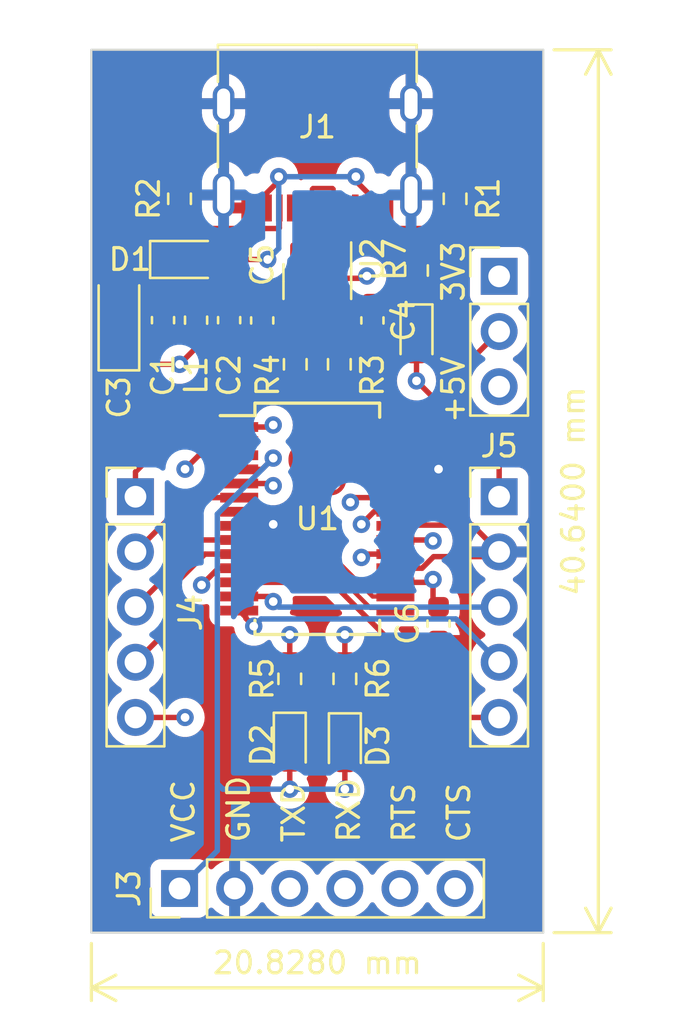
<source format=kicad_pcb>
(kicad_pcb (version 20221018) (generator pcbnew)
  (layers (0 "F.Cu" signal) (1 "In1.Cu" signal) (2 "In2.Cu" signal) (31 "B.Cu" signal) (34 "B.Paste" user) (35 "F.Paste" user) (36 "B.SilkS" user "B.Silkscreen") (37 "F.SilkS" user "F.Silkscreen") (38 "B.Mask" user) (39 "F.Mask" user) (44 "Edge.Cuts" user))
  (net 0 "")
  (net 1 "GND")
  (net 2 "Net-(D1-K)")
  (net 3 "+5V")
  (net 4 "Net-(C4-Pad1)")
  (net 5 "Net-(C4-Pad2)")
  (net 6 "Net-(C5-Pad1)")
  (net 7 "Net-(C5-Pad2)")
  (net 8 "3V3")
  (net 9 "Net-(D1-A)")
  (net 10 "Net-(D2-K)")
  (net 11 "VCC")
  (net 12 "Net-(D3-K)")
  (net 13 "Net-(D4-K)")
  (net 14 "Net-(J1-CC1)")
  (net 15 "/xUDP")
  (net 16 "/xUDN")
  (net 18 "Net-(J1-CC2)")
  (net 20 "TXD")
  (net 21 "RXD")
  (net 22 "RTS")
  (net 23 "CTS")
  (net 24 "DTR")
  (net 25 "RI")
  (net 26 "DSR")
  (net 27 "DCD")
  (net 28 "RESET")
  (net 29 "CBUS2")
  (net 30 "CBUS3")
  (net 31 "CBUS4")
  (net 32 "USB_DN")
  (net 33 "USB_DP")
  (net 34 "TX_LED")
  (net 35 "RX_LED")
  (footprint "Capacitor_SMD:C_0603_1608Metric" (layer "F.Cu") (at 145.288 54.864 90)
    (fp_text reference "C6" (at 0 -1.43 90) (layer "F.SilkS"))
    (fp_text value "0.1uF")
    (fp_line (start -0.14058 -0.51) (end 0.14058 -0.51) (stroke (width 0.12)) (layer "F.SilkS"))
    (fp_line (start -0.14058 0.51) (end 0.14058 0.51) (stroke (width 0.12)) (layer "F.SilkS"))
    (pad "1" smd roundrect (at -0.775 0 90) (size 0.9 0.95) (layers "F.Cu" "F.Paste" "F.Mask") (net 1 "GND"))
    (pad "2" smd roundrect (at 0.775 0 90) (size 0.9 0.95) (layers "F.Cu" "F.Paste" "F.Mask") (net 8 "3V3"))
  )
  (footprint "Capacitor_SMD:C_0603_1608Metric" (layer "F.Cu") (at 137.16 40.907 -90)
    (fp_text reference "C5" (at -2.553 0 90) (layer "F.SilkS"))
    (fp_text value "47pF")
    (fp_line (start -0.14058 -0.51) (end 0.14058 -0.51) (stroke (width 0.12)) (layer "F.SilkS"))
    (fp_line (start -0.14058 0.51) (end 0.14058 0.51) (stroke (width 0.12)) (layer "F.SilkS"))
    (pad "1" smd roundrect (at -0.775 0 270) (size 0.9 0.95) (layers "F.Cu" "F.Paste" "F.Mask") (net 6 "Net-(C5-Pad1)"))
    (pad "2" smd roundrect (at 0.775 0 270) (size 0.9 0.95) (layers "F.Cu" "F.Paste" "F.Mask") (net 7 "Net-(C5-Pad2)"))
  )
  (footprint "LED_SMD:LED_0603_1608Metric" (layer "F.Cu") (at 138.43 60.452 -90)
    (fp_text reference "D2" (at 0 1.27 90) (layer "F.SilkS"))
    (fp_text value "RED")
    (fp_line (start -1.485 -0.735) (end -1.485 0.735) (stroke (width 0.12)) (layer "F.SilkS"))
    (fp_line (start -1.485 0.735) (end 0.8 0.735) (stroke (width 0.12)) (layer "F.SilkS"))
    (fp_line (start 0.8 -0.735) (end -1.485 -0.735) (stroke (width 0.12)) (layer "F.SilkS"))
    (pad "1" smd roundrect (at -0.7875 0 270) (size 0.875 0.95) (layers "F.Cu" "F.Paste" "F.Mask") (net 10 "Net-(D2-K)"))
    (pad "2" smd roundrect (at 0.7875 0 270) (size 0.875 0.95) (layers "F.Cu" "F.Paste" "F.Mask") (net 11 "VCC"))
  )
  (footprint "Capacitor_SMD:C_0603_1608Metric" (layer "F.Cu") (at 132.588 40.894 90)
    (fp_text reference "C1" (at -2.54 0 90) (layer "F.SilkS"))
    (fp_text value "10nF")
    (fp_line (start -0.14058 -0.51) (end 0.14058 -0.51) (stroke (width 0.12)) (layer "F.SilkS"))
    (fp_line (start -0.14058 0.51) (end 0.14058 0.51) (stroke (width 0.12)) (layer "F.SilkS"))
    (pad "1" smd roundrect (at -0.775 0 90) (size 0.9 0.95) (layers "F.Cu" "F.Paste" "F.Mask") (net 1 "GND"))
    (pad "2" smd roundrect (at 0.775 0 90) (size 0.9 0.95) (layers "F.Cu" "F.Paste" "F.Mask") (net 2 "Net-(D1-K)"))
  )
  (footprint "Package_TO_SOT_SMD:SOT-23-6" (layer "F.Cu") (at 139.7 39.116 -90)
    (fp_text reference "U2" (at -1.016 -2.54 90) (layer "F.SilkS"))
    (fp_text value "USBLC6-2SC6")
    (fp_line (start 0 -1.56) (end -1.8 -1.56) (stroke (width 0.12)) (layer "F.SilkS"))
    (fp_line (start 0 -1.56) (end 0.8 -1.56) (stroke (width 0.12)) (layer "F.SilkS"))
    (fp_line (start 0 1.56) (end -0.8 1.56) (stroke (width 0.12)) (layer "F.SilkS"))
    (fp_line (start 0 1.56) (end 0.8 1.56) (stroke (width 0.12)) (layer "F.SilkS"))
    (pad "1" smd roundrect (at -1.1375 -0.95 270) (size 1.325 0.6) (layers "F.Cu" "F.Paste" "F.Mask") (net 16 "/xUDN"))
    (pad "2" smd roundrect (at -1.1375 0 270) (size 1.325 0.6) (layers "F.Cu" "F.Paste" "F.Mask") (net 1 "GND"))
    (pad "3" smd roundrect (at -1.1375 0.95 270) (size 1.325 0.6) (layers "F.Cu" "F.Paste" "F.Mask") (net 15 "/xUDP"))
    (pad "4" smd roundrect (at 1.1375 0.95 270) (size 1.325 0.6) (layers "F.Cu" "F.Paste" "F.Mask") (net 6 "Net-(C5-Pad1)"))
    (pad "5" smd roundrect (at 1.1375 0 270) (size 1.325 0.6) (layers "F.Cu" "F.Paste" "F.Mask") (net 3 "+5V"))
    (pad "6" smd roundrect (at 1.1375 -0.95 270) (size 1.325 0.6) (layers "F.Cu" "F.Paste" "F.Mask") (net 4 "Net-(C4-Pad1)"))
  )
  (footprint "Connector_USB:USB_C_Receptacle_G-Switch_GT-USB-7010ASV" (layer "F.Cu") (at 139.7 32.004 180)
    (fp_text reference "J1" (at 0 0) (layer "F.SilkS"))
    (fp_text value "USB_C_Receptacle_USB2.0")
    (fp_line (start -4.58 -1.85) (end -4.58 0.07) (stroke (width 0.12)) (layer "F.SilkS"))
    (fp_line (start -4.58 3.785) (end -4.58 2.08) (stroke (width 0.12)) (layer "F.SilkS"))
    (fp_line (start 4.58 0.07) (end 4.58 -1.85) (stroke (width 0.12)) (layer "F.SilkS"))
    (fp_line (start 4.58 2.08) (end 4.58 3.785) (stroke (width 0.12)) (layer "F.SilkS"))
    (fp_line (start 4.58 3.785) (end -4.58 3.785) (stroke (width 0.12)) (layer "F.SilkS"))
    (pad "" np_thru_hole circle (at -2.89 -2.605 180) (size 0.65 0.65) (drill 0.65) (layers "*.Cu" "*.Mask"))
    (pad "" np_thru_hole circle (at 2.89 -2.605 180) (size 0.65 0.65) (drill 0.65) (layers "*.Cu" "*.Mask"))
    (pad "A1" smd rect (at -3.2 -3.725 180) (size 0.6 1.24) (layers "F.Cu" "F.Paste" "F.Mask") (net 1 "GND"))
    (pad "A4" smd rect (at -2.4 -3.725 180) (size 0.6 1.24) (layers "F.Cu" "F.Paste" "F.Mask") (net 9 "Net-(D1-A)"))
    (pad "A5" smd rect (at -1.25 -3.725 180) (size 0.3 1.24) (layers "F.Cu" "F.Paste" "F.Mask") (net 14 "Net-(J1-CC1)"))
    (pad "A6" smd rect (at -0.25 -3.725 180) (size 0.3 1.24) (layers "F.Cu" "F.Paste" "F.Mask") (net 15 "/xUDP"))
    (pad "A7" smd rect (at 0.25 -3.725 180) (size 0.3 1.24) (layers "F.Cu" "F.Paste" "F.Mask") (net 16 "/xUDN"))
    (pad "A8" smd rect (at 1.25 -3.725 180) (size 0.3 1.24) (layers "F.Cu" "F.Paste" "F.Mask"))
    (pad "A9" smd rect (at 2.4 -3.725 180) (size 0.6 1.24) (layers "F.Cu" "F.Paste" "F.Mask") (net 9 "Net-(D1-A)"))
    (pad "A12" smd rect (at 3.2 -3.725 180) (size 0.6 1.24) (layers "F.Cu" "F.Paste" "F.Mask") (net 1 "GND"))
    (pad "B1" smd rect (at 3.2 -3.725 180) (size 0.6 1.24) (layers "F.Cu" "F.Paste" "F.Mask") (net 1 "GND"))
    (pad "B4" smd rect (at 2.4 -3.725 180) (size 0.6 1.24) (layers "F.Cu" "F.Paste" "F.Mask") (net 9 "Net-(D1-A)"))
    (pad "B5" smd rect (at 1.75 -3.725 180) (size 0.3 1.24) (layers "F.Cu" "F.Paste" "F.Mask") (net 18 "Net-(J1-CC2)"))
    (pad "B6" smd rect (at 0.75 -3.725 180) (size 0.3 1.24) (layers "F.Cu" "F.Paste" "F.Mask") (net 15 "/xUDP"))
    (pad "B7" smd rect (at -0.75 -3.725 180) (size 0.3 1.24) (layers "F.Cu" "F.Paste" "F.Mask") (net 16 "/xUDN"))
    (pad "B8" smd rect (at -1.75 -3.725 180) (size 0.3 1.24) (layers "F.Cu" "F.Paste" "F.Mask"))
    (pad "B9" smd rect (at -2.4 -3.725 180) (size 0.6 1.24) (layers "F.Cu" "F.Paste" "F.Mask") (net 9 "Net-(D1-A)"))
    (pad "B12" smd rect (at -3.2 -3.725 180) (size 0.6 1.24) (layers "F.Cu" "F.Paste" "F.Mask") (net 1 "GND"))
    (pad "S1" thru_hole oval (at -4.32 -3.125 180) (size 1 2.1) (drill oval 0.6 1.7) (layers "*.Cu" "*.Mask") (net 1 "GND"))
    (pad "S1" thru_hole oval (at -4.32 1.075 180) (size 1 1.8) (drill oval 0.6 1.4) (layers "*.Cu" "*.Mask") (net 1 "GND"))
    (pad "S1" thru_hole oval (at 4.32 -3.125 180) (size 1 2.1) (drill oval 0.6 1.7) (layers "*.Cu" "*.Mask") (net 1 "GND"))
    (pad "S1" thru_hole oval (at 4.32 1.075 180) (size 1 1.8) (drill oval 0.6 1.4) (layers "*.Cu" "*.Mask") (net 1 "GND"))
  )
  (footprint "LED_SMD:LED_0603_1608Metric" (layer "F.Cu") (at 144.272 41.656 -90)
    (fp_text reference "D4" hide)
    (fp_text value "BLU")
    (fp_line (start -1.485 -0.735) (end -1.485 0.735) (stroke (width 0.12)) (layer "F.SilkS"))
    (fp_line (start -1.485 0.735) (end 0.8 0.735) (stroke (width 0.12)) (layer "F.SilkS"))
    (fp_line (start 0.8 -0.735) (end -1.485 -0.735) (stroke (width 0.12)) (layer "F.SilkS"))
    (pad "1" smd roundrect (at -0.7875 0 270) (size 0.875 0.95) (layers "F.Cu" "F.Paste" "F.Mask") (net 13 "Net-(D4-K)"))
    (pad "2" smd roundrect (at 0.7875 0 270) (size 0.875 0.95) (layers "F.Cu" "F.Paste" "F.Mask") (net 11 "VCC"))
  )
  (footprint "Resistor_SMD:R_0603_1608Metric" (layer "F.Cu") (at 133.35 35.306 90)
    (fp_text reference "R2" (at 0 -1.43 90) (layer "F.SilkS"))
    (fp_text value "5.1k")
    (fp_line (start -0.237258 -0.5225) (end 0.237258 -0.5225) (stroke (width 0.12)) (layer "F.SilkS"))
    (fp_line (start -0.237258 0.5225) (end 0.237258 0.5225) (stroke (width 0.12)) (layer "F.SilkS"))
    (pad "1" smd roundrect (at -0.825 0 90) (size 0.8 0.95) (layers "F.Cu" "F.Paste" "F.Mask") (net 18 "Net-(J1-CC2)"))
    (pad "2" smd roundrect (at 0.825 0 90) (size 0.8 0.95) (layers "F.Cu" "F.Paste" "F.Mask") (net 1 "GND"))
  )
  (footprint "Connector_PinHeader_2.54mm:PinHeader_1x03_P2.54mm_Vertical" (layer "F.Cu") (at 148.082 38.877)
    (fp_text reference "J2" hide)
    (fp_text value "Conn_01x03_Pin")
    (fp_line (start -1.33 -1.33) (end 0 -1.33) (stroke (width 0.12)) (layer "F.SilkS"))
    (fp_line (start -1.33 0) (end -1.33 -1.33) (stroke (width 0.12)) (layer "F.SilkS"))
    (fp_line (start -1.33 1.27) (end -1.33 6.41) (stroke (width 0.12)) (layer "F.SilkS"))
    (fp_line (start -1.33 1.27) (end 1.33 1.27) (stroke (width 0.12)) (layer "F.SilkS"))
    (fp_line (start -1.33 6.41) (end 1.33 6.41) (stroke (width 0.12)) (layer "F.SilkS"))
    (fp_line (start 1.33 1.27) (end 1.33 6.41) (stroke (width 0.12)) (layer "F.SilkS"))
    (pad "1" thru_hole rect (at 0 0) (size 1.7 1.7) (drill 1) (layers "*.Cu" "*.Mask") (net 8 "3V3"))
    (pad "2" thru_hole oval (at 0 2.54) (size 1.7 1.7) (drill 1) (layers "*.Cu" "*.Mask") (net 11 "VCC"))
    (pad "3" thru_hole oval (at 0 5.08) (size 1.7 1.7) (drill 1) (layers "*.Cu" "*.Mask") (net 3 "+5V"))
  )
  (footprint "Connector_PinHeader_2.54mm:PinHeader_1x05_P2.54mm_Vertical" (layer "F.Cu") (at 148.082 49.022)
    (fp_text reference "J5" (at 0 -2.33) (layer "F.SilkS"))
    (fp_text value "Conn_01x05_Pin")
    (fp_line (start -1.33 -1.33) (end 0 -1.33) (stroke (width 0.12)) (layer "F.SilkS"))
    (fp_line (start -1.33 0) (end -1.33 -1.33) (stroke (width 0.12)) (layer "F.SilkS"))
    (fp_line (start -1.33 1.27) (end -1.33 11.49) (stroke (width 0.12)) (layer "F.SilkS"))
    (fp_line (start -1.33 1.27) (end 1.33 1.27) (stroke (width 0.12)) (layer "F.SilkS"))
    (fp_line (start -1.33 11.49) (end 1.33 11.49) (stroke (width 0.12)) (layer "F.SilkS"))
    (fp_line (start 1.33 1.27) (end 1.33 11.49) (stroke (width 0.12)) (layer "F.SilkS"))
    (pad "1" thru_hole rect (at 0 0) (size 1.7 1.7) (drill 1) (layers "*.Cu" "*.Mask") (net 11 "VCC"))
    (pad "2" thru_hole oval (at 0 2.54) (size 1.7 1.7) (drill 1) (layers "*.Cu" "*.Mask") (net 1 "GND"))
    (pad "3" thru_hole oval (at 0 5.08) (size 1.7 1.7) (drill 1) (layers "*.Cu" "*.Mask") (net 29 "CBUS2"))
    (pad "4" thru_hole oval (at 0 7.62) (size 1.7 1.7) (drill 1) (layers "*.Cu" "*.Mask") (net 30 "CBUS3"))
    (pad "5" thru_hole oval (at 0 10.16) (size 1.7 1.7) (drill 1) (layers "*.Cu" "*.Mask") (net 31 "CBUS4"))
  )
  (footprint "Connector_PinHeader_2.54mm:PinHeader_1x06_P2.54mm_Vertical" (layer "F.Cu") (at 133.35 67.056 90)
    (fp_text reference "J3" (at 0 -2.33 90) (layer "F.SilkS"))
    (fp_text value "Conn_01x06_Pin")
    (fp_line (start -1.33 -1.33) (end 0 -1.33) (stroke (width 0.12)) (layer "F.SilkS"))
    (fp_line (start -1.33 0) (end -1.33 -1.33) (stroke (width 0.12)) (layer "F.SilkS"))
    (fp_line (start -1.33 1.27) (end -1.33 14.03) (stroke (width 0.12)) (layer "F.SilkS"))
    (fp_line (start -1.33 1.27) (end 1.33 1.27) (stroke (width 0.12)) (layer "F.SilkS"))
    (fp_line (start -1.33 14.03) (end 1.33 14.03) (stroke (width 0.12)) (layer "F.SilkS"))
    (fp_line (start 1.33 1.27) (end 1.33 14.03) (stroke (width 0.12)) (layer "F.SilkS"))
    (pad "1" thru_hole rect (at 0 0 90) (size 1.7 1.7) (drill 1) (layers "*.Cu" "*.Mask") (net 11 "VCC"))
    (pad "2" thru_hole oval (at 0 2.54 90) (size 1.7 1.7) (drill 1) (layers "*.Cu" "*.Mask") (net 1 "GND"))
    (pad "3" thru_hole oval (at 0 5.08 90) (size 1.7 1.7) (drill 1) (layers "*.Cu" "*.Mask") (net 20 "TXD"))
    (pad "4" thru_hole oval (at 0 7.62 90) (size 1.7 1.7) (drill 1) (layers "*.Cu" "*.Mask") (net 21 "RXD"))
    (pad "5" thru_hole oval (at 0 10.16 90) (size 1.7 1.7) (drill 1) (layers "*.Cu" "*.Mask") (net 22 "RTS"))
    (pad "6" thru_hole oval (at 0 12.7 90) (size 1.7 1.7) (drill 1) (layers "*.Cu" "*.Mask") (net 23 "CTS"))
  )
  (footprint "Resistor_SMD:R_0603_1608Metric" (layer "F.Cu") (at 138.43 57.404 -90)
    (fp_text reference "R5" (at 0 1.27 90) (layer "F.SilkS"))
    (fp_text value "120R")
    (fp_line (start -0.237258 -0.5225) (end 0.237258 -0.5225) (stroke (width 0.12)) (layer "F.SilkS"))
    (fp_line (start -0.237258 0.5225) (end 0.237258 0.5225) (stroke (width 0.12)) (layer "F.SilkS"))
    (pad "1" smd roundrect (at -0.825 0 270) (size 0.8 0.95) (layers "F.Cu" "F.Paste" "F.Mask") (net 34 "TX_LED"))
    (pad "2" smd roundrect (at 0.825 0 270) (size 0.8 0.95) (layers "F.Cu" "F.Paste" "F.Mask") (net 10 "Net-(D2-K)"))
  )
  (footprint "Connector_PinHeader_2.54mm:PinHeader_1x05_P2.54mm_Vertical" (layer "F.Cu") (at 131.318 49.022)
    (fp_text reference "J4" (at 2.54 5.334 90) (layer "F.SilkS"))
    (fp_text value "Conn_01x05_Pin")
    (fp_line (start -1.33 -1.33) (end 0 -1.33) (stroke (width 0.12)) (layer "F.SilkS"))
    (fp_line (start -1.33 0) (end -1.33 -1.33) (stroke (width 0.12)) (layer "F.SilkS"))
    (fp_line (start -1.33 1.27) (end -1.33 11.49) (stroke (width 0.12)) (layer "F.SilkS"))
    (fp_line (start -1.33 1.27) (end 1.33 1.27) (stroke (width 0.12)) (layer "F.SilkS"))
    (fp_line (start -1.33 11.49) (end 1.33 11.49) (stroke (width 0.12)) (layer "F.SilkS"))
    (fp_line (start 1.33 1.27) (end 1.33 11.49) (stroke (width 0.12)) (layer "F.SilkS"))
    (pad "1" thru_hole rect (at 0 0) (size 1.7 1.7) (drill 1) (layers "*.Cu" "*.Mask") (net 24 "DTR"))
    (pad "2" thru_hole oval (at 0 2.54) (size 1.7 1.7) (drill 1) (layers "*.Cu" "*.Mask") (net 25 "RI"))
    (pad "3" thru_hole oval (at 0 5.08) (size 1.7 1.7) (drill 1) (layers "*.Cu" "*.Mask") (net 26 "DSR"))
    (pad "4" thru_hole oval (at 0 7.62) (size 1.7 1.7) (drill 1) (layers "*.Cu" "*.Mask") (net 27 "DCD"))
    (pad "5" thru_hole oval (at 0 10.16) (size 1.7 1.7) (drill 1) (layers "*.Cu" "*.Mask") (net 28 "RESET"))
  )
  (footprint "Resistor_SMD:R_0603_1608Metric" (layer "F.Cu") (at 140.716 42.926 -90)
    (fp_text reference "R3" (at 0.508 -1.524 90) (layer "F.SilkS"))
    (fp_text value "27R")
    (fp_line (start -0.237258 -0.5225) (end 0.237258 -0.5225) (stroke (width 0.12)) (layer "F.SilkS"))
    (fp_line (start -0.237258 0.5225) (end 0.237258 0.5225) (stroke (width 0.12)) (layer "F.SilkS"))
    (pad "1" smd roundrect (at -0.825 0 270) (size 0.8 0.95) (layers "F.Cu" "F.Paste" "F.Mask") (net 5 "Net-(C4-Pad2)"))
    (pad "2" smd roundrect (at 0.825 0 270) (size 0.8 0.95) (layers "F.Cu" "F.Paste" "F.Mask") (net 32 "USB_DN"))
  )
  (footprint "Capacitor_SMD:C_0603_1608Metric" (layer "F.Cu") (at 142.24 40.907 -90)
    (fp_text reference "C4" (at 0 -1.43 90) (layer "F.SilkS"))
    (fp_text value "47pF")
    (fp_line (start -0.14058 -0.51) (end 0.14058 -0.51) (stroke (width 0.12)) (layer "F.SilkS"))
    (fp_line (start -0.14058 0.51) (end 0.14058 0.51) (stroke (width 0.12)) (layer "F.SilkS"))
    (pad "1" smd roundrect (at -0.775 0 270) (size 0.9 0.95) (layers "F.Cu" "F.Paste" "F.Mask") (net 4 "Net-(C4-Pad1)"))
    (pad "2" smd roundrect (at 0.775 0 270) (size 0.9 0.95) (layers "F.Cu" "F.Paste" "F.Mask") (net 5 "Net-(C4-Pad2)"))
  )
  (footprint "Resistor_SMD:R_0603_1608Metric" (layer "F.Cu") (at 144.272 38.608 -90)
    (fp_text reference "R7" (at -0.508 1.016 90) (layer "F.SilkS"))
    (fp_text value "120R")
    (fp_line (start -0.237258 -0.5225) (end 0.237258 -0.5225) (stroke (width 0.12)) (layer "F.SilkS"))
    (fp_line (start -0.237258 0.5225) (end 0.237258 0.5225) (stroke (width 0.12)) (layer "F.SilkS"))
    (pad "1" smd roundrect (at -0.825 0 270) (size 0.8 0.95) (layers "F.Cu" "F.Paste" "F.Mask") (net 1 "GND"))
    (pad "2" smd roundrect (at 0.825 0 270) (size 0.8 0.95) (layers "F.Cu" "F.Paste" "F.Mask") (net 13 "Net-(D4-K)"))
  )
  (footprint "LED_SMD:LED_0603_1608Metric" (layer "F.Cu") (at 140.97 60.4775 -90)
    (fp_text reference "D3" (at 0.0255 -1.524 90) (layer "F.SilkS"))
    (fp_text value "GRN")
    (fp_line (start -1.485 -0.735) (end -1.485 0.735) (stroke (width 0.12)) (layer "F.SilkS"))
    (fp_line (start -1.485 0.735) (end 0.8 0.735) (stroke (width 0.12)) (layer "F.SilkS"))
    (fp_line (start 0.8 -0.735) (end -1.485 -0.735) (stroke (width 0.12)) (layer "F.SilkS"))
    (pad "1" smd roundrect (at -0.7875 0 270) (size 0.875 0.95) (layers "F.Cu" "F.Paste" "F.Mask") (net 12 "Net-(D3-K)"))
    (pad "2" smd roundrect (at 0.7875 0 270) (size 0.875 0.95) (layers "F.Cu" "F.Paste" "F.Mask") (net 11 "VCC"))
  )
  (footprint "Package_SO:SSOP-28_5.3x10.2mm_P0.65mm" (layer "F.Cu") (at 139.7 50.038)
    (fp_text reference "U1" (at 0 0) (layer "F.SilkS"))
    (fp_text value "FT232RL")
    (fp_line (start -2.875 -5.325) (end -2.875 -4.75) (stroke (width 0.15)) (layer "F.SilkS"))
    (fp_line (start -2.875 -5.325) (end 2.875 -5.325) (stroke (width 0.15)) (layer "F.SilkS"))
    (fp_line (start -2.875 -4.75) (end -4.475 -4.75) (stroke (width 0.15)) (layer "F.SilkS"))
    (fp_line (start -2.875 5.325) (end -2.875 4.675) (stroke (width 0.15)) (layer "F.SilkS"))
    (fp_line (start -2.875 5.325) (end 2.875 5.325) (stroke (width 0.15)) (layer "F.SilkS"))
    (fp_line (start 2.875 -5.325) (end 2.875 -4.675) (stroke (width 0.15)) (layer "F.SilkS"))
    (fp_line (start 2.875 5.325) (end 2.875 4.675) (stroke (width 0.15)) (layer "F.SilkS"))
    (pad "1" smd rect (at -3.6 -4.225) (size 1.75 0.45) (layers "F.Cu" "F.Paste" "F.Mask") (net 20 "TXD"))
    (pad "2" smd rect (at -3.6 -3.575) (size 1.75 0.45) (layers "F.Cu" "F.Paste" "F.Mask") (net 24 "DTR"))
    (pad "3" smd rect (at -3.6 -2.925) (size 1.75 0.45) (layers "F.Cu" "F.Paste" "F.Mask") (net 22 "RTS"))
    (pad "4" smd rect (at -3.6 -2.275) (size 1.75 0.45) (layers "F.Cu" "F.Paste" "F.Mask") (net 11 "VCC"))
    (pad "5" smd rect (at -3.6 -1.625) (size 1.75 0.45) (layers "F.Cu" "F.Paste" "F.Mask") (net 21 "RXD"))
    (pad "6" smd rect (at -3.6 -0.975) (size 1.75 0.45) (layers "F.Cu" "F.Paste" "F.Mask") (net 25 "RI"))
    (pad "7" smd rect (at -3.6 -0.325) (size 1.75 0.45) (layers "F.Cu" "F.Paste" "F.Mask") (net 1 "GND"))
    (pad "8" smd rect (at -3.6 0.325) (size 1.75 0.45) (layers "F.Cu" "F.Paste" "F.Mask"))
    (pad "9" smd rect (at -3.6 0.975) (size 1.75 0.45) (layers "F.Cu" "F.Paste" "F.Mask") (net 26 "DSR"))
    (pad "10" smd rect (at -3.6 1.625) (size 1.75 0.45) (layers "F.Cu" "F.Paste" "F.Mask") (net 27 "DCD"))
    (pad "11" smd rect (at -3.6 2.275) (size 1.75 0.45) (layers "F.Cu" "F.Paste" "F.Mask") (net 23 "CTS"))
    (pad "12" smd rect (at -3.6 2.925) (size 1.75 0.45) (layers "F.Cu" "F.Paste" "F.Mask") (net 31 "CBUS4"))
    (pad "13" smd rect (at -3.6 3.575) (size 1.75 0.45) (layers "F.Cu" "F.Paste" "F.Mask") (net 29 "CBUS2"))
    (pad "14" smd rect (at -3.6 4.225) (size 1.75 0.45) (layers "F.Cu" "F.Paste" "F.Mask") (net 30 "CBUS3"))
    (pad "15" smd rect (at 3.6 4.225) (size 1.75 0.45) (layers "F.Cu" "F.Paste" "F.Mask") (net 33 "USB_DP"))
    (pad "16" smd rect (at 3.6 3.575) (size 1.75 0.45) (layers "F.Cu" "F.Paste" "F.Mask") (net 32 "USB_DN"))
    (pad "17" smd rect (at 3.6 2.925) (size 1.75 0.45) (layers "F.Cu" "F.Paste" "F.Mask") (net 8 "3V3"))
    (pad "18" smd rect (at 3.6 2.275) (size 1.75 0.45) (layers "F.Cu" "F.Paste" "F.Mask") (net 1 "GND"))
    (pad "19" smd rect (at 3.6 1.625) (size 1.75 0.45) (layers "F.Cu" "F.Paste" "F.Mask") (net 28 "RESET"))
    (pad "20" smd rect (at 3.6 0.975) (size 1.75 0.45) (layers "F.Cu" "F.Paste" "F.Mask") (net 3 "+5V"))
    (pad "21" smd rect (at 3.6 0.325) (size 1.75 0.45) (layers "F.Cu" "F.Paste" "F.Mask") (net 1 "GND"))
    (pad "22" smd rect (at 3.6 -0.325) (size 1.75 0.45) (layers "F.Cu" "F.Paste" "F.Mask") (net 35 "RX_LED"))
    (pad "23" smd rect (at 3.6 -0.975) (size 1.75 0.45) (layers "F.Cu" "F.Paste" "F.Mask") (net 34 "TX_LED"))
    (pad "24" smd rect (at 3.6 -1.625) (size 1.75 0.45) (layers "F.Cu" "F.Paste" "F.Mask"))
    (pad "25" smd rect (at 3.6 -2.275) (size 1.75 0.45) (layers "F.Cu" "F.Paste" "F.Mask") (net 1 "GND"))
    (pad "26" smd rect (at 3.6 -2.925) (size 1.75 0.45) (layers "F.Cu" "F.Paste" "F.Mask"))
    (pad "27" smd rect (at 3.6 -3.575) (size 1.75 0.45) (layers "F.Cu" "F.Paste" "F.Mask"))
    (pad "28" smd rect (at 3.6 -4.225) (size 1.75 0.45) (layers "F.Cu" "F.Paste" "F.Mask"))
  )
  (footprint "Capacitor_Tantalum_SMD:CP_EIA-3216-18_Kemet-A" (layer "F.Cu") (at 130.556 40.894 90)
    (fp_text reference "C3" (at -3.556 0 90) (layer "F.SilkS"))
    (fp_text value "4.7uF")
    (fp_line (start -2.31 -0.935) (end -2.31 0.935) (stroke (width 0.12)) (layer "F.SilkS"))
    (fp_line (start -2.31 0.935) (end 1.6 0.935) (stroke (width 0.12)) (layer "F.SilkS"))
    (fp_line (start 1.6 -0.935) (end -2.31 -0.935) (stroke (width 0.12)) (layer "F.SilkS"))
    (pad "1" smd roundrect (at -1.35 0 90) (size 1.4 1.35) (layers "F.Cu" "F.Paste" "F.Mask") (roundrect_rratio 0.185185) (net 3 "+5V"))
    (pad "2" smd roundrect (at 1.35 0 90) (size 1.4 1.35) (layers "F.Cu" "F.Paste" "F.Mask") (roundrect_rratio 0.185185) (net 1 "GND"))
  )
  (footprint "Resistor_SMD:R_0603_1608Metric" (layer "F.Cu") (at 138.684 42.926 -90)
    (fp_text reference "R4" (at 0.508 1.27 90) (layer "F.SilkS"))
    (fp_text value "27R")
    (fp_line (start -0.237258 -0.5225) (end 0.237258 -0.5225) (stroke (width 0.12)) (layer "F.SilkS"))
    (fp_line (start -0.237258 0.5225) (end 0.237258 0.5225) (stroke (width 0.12)) (layer "F.SilkS"))
    (pad "1" smd roundrect (at -0.825 0 270) (size 0.8 0.95) (layers "F.Cu" "F.Paste" "F.Mask") (net 7 "Net-(C5-Pad2)"))
    (pad "2" smd roundrect (at 0.825 0 270) (size 0.8 0.95) (layers "F.Cu" "F.Paste" "F.Mask") (net 33 "USB_DP"))
  )
  (footprint "Diode_SMD:D_SOD-323" (layer "F.Cu") (at 133.604 38.1)
    (fp_text reference "D1" (at -2.54 0) (layer "F.SilkS"))
    (fp_text value "BAT60A")
    (fp_line (start -1.61 -0.85) (end -1.61 0.85) (stroke (width 0.12)) (layer "F.SilkS"))
    (fp_line (start -1.61 -0.85) (end 1.05 -0.85) (stroke (width 0.12)) (layer "F.SilkS"))
    (fp_line (start -1.61 0.85) (end 1.05 0.85) (stroke (width 0.12)) (layer "F.SilkS"))
    (pad "1" smd roundrect (at -1.05 0) (size 0.6 0.45) (layers "F.Cu" "F.Paste" "F.Mask") (net 2 "Net-(D1-K)"))
    (pad "2" smd roundrect (at 1.05 0) (size 0.6 0.45) (layers "F.Cu" "F.Paste" "F.Mask") (net 9 "Net-(D1-A)"))
  )
  (footprint "Capacitor_SMD:C_0603_1608Metric" (layer "F.Cu") (at 135.636 40.894 -90)
    (fp_text reference "C2" (at 2.54 0 90) (layer "F.SilkS"))
    (fp_text value "0.1uF")
    (fp_line (start -0.14058 -0.51) (end 0.14058 -0.51) (stroke (width 0.12)) (layer "F.SilkS"))
    (fp_line (start -0.14058 0.51) (end 0.14058 0.51) (stroke (width 0.12)) (layer "F.SilkS"))
    (pad "1" smd roundrect (at -0.775 0 270) (size 0.9 0.95) (layers "F.Cu" "F.Paste" "F.Mask") (net 1 "GND"))
    (pad "2" smd roundrect (at 0.775 0 270) (size 0.9 0.95) (layers "F.Cu" "F.Paste" "F.Mask") (net 3 "+5V"))
  )
  (footprint "Inductor_SMD:L_0603_1608Metric" (layer "F.Cu") (at 134.112 40.894 -90)
    (fp_text reference "L1" (at 2.54 0 90) (layer "F.SilkS"))
    (fp_text value "40 Ohms @ 100MHz")
    (fp_line (start -0.162779 -0.51) (end 0.162779 -0.51) (stroke (width 0.12)) (layer "F.SilkS"))
    (fp_line (start -0.162779 0.51) (end 0.162779 0.51) (stroke (width 0.12)) (layer "F.SilkS"))
    (pad "1" smd roundrect (at -0.7875 0 270) (size 0.875 0.95) (layers "F.Cu" "F.Paste" "F.Mask") (net 2 "Net-(D1-K)"))
    (pad "2" smd roundrect (at 0.7875 0 270) (size 0.875 0.95) (layers "F.Cu" "F.Paste" "F.Mask") (net 3 "+5V"))
  )
  (footprint "Resistor_SMD:R_0603_1608Metric" (layer "F.Cu") (at 140.97 57.404 -90)
    (fp_text reference "R6" (at 0 -1.524 90) (layer "F.SilkS"))
    (fp_text value "120R")
    (fp_line (start -0.237258 -0.5225) (end 0.237258 -0.5225) (stroke (width 0.12)) (layer "F.SilkS"))
    (fp_line (start -0.237258 0.5225) (end 0.237258 0.5225) (stroke (width 0.12)) (layer "F.SilkS"))
    (pad "1" smd roundrect (at -0.825 0 270) (size 0.8 0.95) (layers "F.Cu" "F.Paste" "F.Mask") (net 35 "RX_LED"))
    (pad "2" smd roundrect (at 0.825 0 270) (size 0.8 0.95) (layers "F.Cu" "F.Paste" "F.Mask") (net 12 "Net-(D3-K)"))
  )
  (footprint "Resistor_SMD:R_0603_1608Metric" (layer "F.Cu") (at 146.05 35.306 90)
    (fp_text reference "R1" (at 0 1.524 90) (layer "F.SilkS"))
    (fp_text value "5.1k")
    (fp_line (start -0.237258 -0.5225) (end 0.237258 -0.5225) (stroke (width 0.12)) (layer "F.SilkS"))
    (fp_line (start -0.237258 0.5225) (end 0.237258 0.5225) (stroke (width 0.12)) (layer "F.SilkS"))
    (pad "1" smd roundrect (at -0.825 0 90) (size 0.8 0.95) (layers "F.Cu" "F.Paste" "F.Mask") (net 14 "Net-(J1-CC1)"))
    (pad "2" smd roundrect (at 0.825 0 90) (size 0.8 0.95) (layers "F.Cu" "F.Paste" "F.Mask") (net 1 "GND"))
  )
  (gr_line (start 150.114 28.448) (end 139.7 28.448) (stroke (width 0.1)) (layer "Edge.Cuts"))
  (gr_line (start 150.114 69.088) (end 150.114 28.448) (stroke (width 0.1)) (layer "Edge.Cuts"))
  (gr_line (start 129.286 28.448) (end 129.286 69.088) (stroke (width 0.1)) (layer "Edge.Cuts"))
  (gr_line (start 129.286 69.088) (end 150.114 69.088) (stroke (width 0.1)) (layer "Edge.Cuts"))
  (gr_line (start 139.7 28.448) (end 129.286 28.448) (stroke (width 0.1)) (layer "Edge.Cuts"))
  (gr_text "CTS" (at 146.812 65.024 90) (layer "F.SilkS") (effects (font (size 1 1)) (justify left bottom)))
  (gr_text "TXD" (at 139.192 65.024 90) (layer "F.SilkS") (effects (font (size 1 1)) (justify left bottom)))
  (gr_text "RTS" (at 144.272 65.024 90) (layer "F.SilkS") (effects (font (size 1 1)) (justify left bottom)))
  (gr_text "RXD" (at 141.732 65.024 90) (layer "F.SilkS") (effects (font (size 1 1)) (justify left bottom)))
  (gr_text "GND" (at 136.652 65.024 90) (layer "F.SilkS") (effects (font (size 1 1)) (justify left bottom)))
  (gr_text "+5V" (at 146.558 45.72 90) (layer "F.SilkS") (effects (font (size 1 1)) (justify left bottom)))
  (gr_text "VCC" (at 134.112 65.024 90) (layer "F.SilkS") (effects (font (size 1 1)) (justify left bottom)))
  (gr_text "3V3" (at 146.558 40.132 90) (layer "F.SilkS") (effects (font (size 1 1)) (justify left bottom)))
  (dimension (type aligned) (layer "F.SilkS") (pts (xy 129.286 69.088) (xy 150.114 69.088)) (height 2.54) (gr_text "20.8280 mm" (at 139.7 70.478) (layer "F.SilkS") (effects (font (size 1 1) (thickness 0.15)))) (format (prefix "") (suffix "") (units 3) (units_format 1) (precision 4)) (style (thickness 0.15) (arrow_length 1.27) (text_position_mode 0) (extension_height 0.58642) (extension_offset 0.5) keep_text_aligned))
  (dimension (type aligned) (layer "F.SilkS") (pts (xy 150.114 28.448) (xy 150.114 69.088)) (height -2.54) (gr_text "40.6400 mm" (at 151.504 48.768 90) (layer "F.SilkS") (effects (font (size 1 1) (thickness 0.15)))) (format (prefix "") (suffix "") (units 3) (units_format 1) (precision 4)) (style (thickness 0.15) (arrow_length 1.27) (text_position_mode 0) (extension_height 0.58642) (extension_offset 0.5) keep_text_aligned))
  (segment (start 143.3 50.363) (end 143.334 50.329) (width 0.25) (layer "F.Cu") (net 1))
  (segment (start 143.3 52.313) (end 144.527695 52.313) (width 0.25) (layer "F.Cu") (net 1))
  (segment (start 143.3 47.763) (end 145.277 47.763) (width 0.25) (layer "F.Cu") (net 1))
  (segment (start 136.1 49.713) (end 137.089 49.713) (width 0.25) (layer "F.Cu") (net 1))
  (segment (start 144.527695 52.313) (end 145.061695 51.779) (width 0.25) (layer "F.Cu") (net 1))
  (segment (start 137.089 49.713) (end 137.668 50.292) (width 0.25) (layer "F.Cu") (net 1))
  (segment (start 145.061695 51.779) (end 147.865 51.779) (width 0.25) (layer "F.Cu") (net 1))
  (segment (start 143.334 50.329) (end 146.849 50.329) (width 0.25) (layer "F.Cu") (net 1))
  (segment (start 146.849 50.329) (end 148.082 51.562) (width 0.25) (layer "F.Cu") (net 1))
  (segment (start 147.865 51.779) (end 148.082 51.562) (width 0.25) (layer "F.Cu") (net 1))
  (segment (start 145.277 47.763) (end 145.288 47.752) (width 0.25) (layer "F.Cu") (net 1))
  (via (at 145.288 47.752) (size 0.8) (drill 0.4) (layers "F.Cu" "B.Cu") (net 1))
  (via (at 137.668 50.292) (size 0.8) (drill 0.4) (layers "F.Cu" "B.Cu") (net 1))
  (segment (start 132.588 40.119) (end 134.0995 40.119) (width 0.25) (layer "F.Cu") (net 2))
  (segment (start 132.588 38.134) (end 132.554 38.1) (width 0.25) (layer "F.Cu") (net 2))
  (segment (start 134.0995 40.119) (end 134.112 40.1065) (width 0.25) (layer "F.Cu") (net 2))
  (segment (start 132.588 40.119) (end 132.588 38.134) (width 0.25) (layer "F.Cu") (net 2))
  (segment (start 134.112 41.6815) (end 135.6235 41.6815) (width 0.25) (layer "F.Cu") (net 3))
  (segment (start 134.112 42.164) (end 133.35 42.926) (width 0.25) (layer "F.Cu") (net 3))
  (segment (start 139.7 39.869249) (end 139.7 40.2535) (width 0.25) (layer "F.Cu") (net 3))
  (segment (start 141.986 38.862) (end 141.882 38.966) (width 0.25) (layer "F.Cu") (net 3))
  (segment (start 141.882 38.966) (end 140.603249 38.966) (width 0.25) (layer "F.Cu") (net 3))
  (segment (start 133.35 42.926) (end 131.238 42.926) (width 0.25) (layer "F.Cu") (net 3))
  (segment (start 135.6235 41.6815) (end 135.636 41.669) (width 0.25) (layer "F.Cu") (net 3))
  (segment (start 143.3 51.013) (end 144.993 51.013) (width 0.25) (layer "F.Cu") (net 3))
  (segment (start 140.603249 38.966) (end 139.7 39.869249) (width 0.25) (layer "F.Cu") (net 3))
  (segment (start 134.112 41.6815) (end 134.112 42.164) (width 0.25) (layer "F.Cu") (net 3))
  (segment (start 131.238 42.926) (end 130.556 42.244) (width 0.25) (layer "F.Cu") (net 3))
  (segment (start 144.993 51.013) (end 145.034 51.054) (width 0.25) (layer "F.Cu") (net 3))
  (via (at 145.034 51.054) (size 0.8) (drill 0.4) (layers "F.Cu" "B.Cu") (net 3))
  (via (at 141.986 38.862) (size 0.8) (drill 0.4) (layers "F.Cu" "B.Cu") (net 3))
  (via (at 133.35 42.926) (size 0.8) (drill 0.4) (layers "F.Cu" "B.Cu") (net 3))
  (segment (start 140.65 40.2535) (end 142.1185 40.2535) (width 0.25) (layer "F.Cu") (net 4))
  (segment (start 142.1185 40.2535) (end 142.24 40.132) (width 0.25) (layer "F.Cu") (net 4))
  (segment (start 140.716 42.101) (end 141.821 42.101) (width 0.25) (layer "F.Cu") (net 5))
  (segment (start 141.821 42.101) (end 142.24 41.682) (width 0.25) (layer "F.Cu") (net 5))
  (segment (start 138.75 40.2535) (end 137.2815 40.2535) (width 0.25) (layer "F.Cu") (net 6))
  (segment (start 137.2815 40.2535) (end 137.16 40.132) (width 0.25) (layer "F.Cu") (net 6))
  (segment (start 137.579 42.101) (end 137.16 41.682) (width 0.25) (layer "F.Cu") (net 7))
  (segment (start 138.684 42.101) (end 137.579 42.101) (width 0.25) (layer "F.Cu") (net 7))
  (segment (start 145.034 53.835) (end 145.288 54.089) (width 0.25) (layer "F.Cu") (net 8))
  (segment (start 144.903 52.963) (end 145.034 52.832) (width 0.25) (layer "F.Cu") (net 8))
  (segment (start 143.3 52.963) (end 144.903 52.963) (width 0.25) (layer "F.Cu") (net 8))
  (segment (start 145.034 52.832) (end 145.034 53.835) (width 0.25) (layer "F.Cu") (net 8))
  (via (at 145.034 52.832) (size 0.8) (drill 0.4) (layers "F.Cu" "B.Cu") (net 8))
  (segment (start 137.414 38.1) (end 134.654 38.1) (width 0.25) (layer "F.Cu") (net 9))
  (segment (start 137.922 34.29) (end 137.922 34.486949) (width 0.25) (layer "F.Cu") (net 9))
  (segment (start 137.922 34.486949) (end 137.3 35.108949) (width 0.25) (layer "F.Cu") (net 9))
  (segment (start 141.478 34.486949) (end 142.1 35.108949) (width 0.25) (layer "F.Cu") (net 9))
  (segment (start 137.3 35.108949) (end 137.3 35.729) (width 0.25) (layer "F.Cu") (net 9))
  (segment (start 141.478 34.29) (end 141.478 34.486949) (width 0.25) (layer "F.Cu") (net 9))
  (segment (start 142.1 35.108949) (end 142.1 35.729) (width 0.25) (layer "F.Cu") (net 9))
  (via (at 137.922 34.29) (size 0.8) (drill 0.4) (layers "F.Cu" "B.Cu") (net 9))
  (via (at 137.414 38.1) (size 0.8) (drill 0.4) (layers "F.Cu" "B.Cu") (net 9))
  (via (at 141.478 34.29) (size 0.8) (drill 0.4) (layers "F.Cu" "B.Cu") (net 9))
  (segment (start 137.922 34.29) (end 137.922 37.592) (width 0.25) (layer "B.Cu") (net 9))
  (segment (start 141.478 34.29) (end 137.922 34.29) (width 0.25) (layer "B.Cu") (net 9))
  (segment (start 137.922 37.592) (end 137.414 38.1) (width 0.25) (layer "B.Cu") (net 9))
  (segment (start 138.43 59.6645) (end 138.43 58.229) (width 0.25) (layer "F.Cu") (net 10))
  (segment (start 148.082 47.498) (end 148.082 49.022) (width 0.25) (layer "F.Cu") (net 11))
  (segment (start 144.272 42.4435) (end 147.0555 42.4435) (width 0.25) (layer "F.Cu") (net 11))
  (segment (start 147.0555 42.4435) (end 148.082 41.417) (width 0.25) (layer "F.Cu") (net 11))
  (segment (start 138.43 62.484) (end 138.43 61.2395) (width 0.25) (layer "F.Cu") (net 11))
  (segment (start 137.149 47.763) (end 136.1 47.763) (width 0.25) (layer "F.Cu") (net 11))
  (segment (start 137.149 47.763) (end 137.668 47.244) (width 0.25) (layer "F.Cu") (net 11))
  (segment (start 144.272 43.688) (end 144.272 42.4435) (width 0.25) (layer "F.Cu") (net 11))
  (segment (start 144.272 43.688) (end 148.082 47.498) (width 0.25) (layer "F.Cu") (net 11))
  (segment (start 140.97 62.484) (end 140.97 61.265) (width 0.25) (layer "F.Cu") (net 11))
  (via (at 140.97 62.484) (size 0.8) (drill 0.4) (layers "F.Cu" "B.Cu") (net 11))
  (via (at 137.668 47.244) (size 0.8) (drill 0.4) (layers "F.Cu" "B.Cu") (net 11))
  (via (at 144.272 43.688) (size 0.8) (drill 0.4) (layers "F.Cu" "B.Cu") (net 11))
  (via (at 138.43 62.484) (size 0.8) (drill 0.4) (layers "F.Cu" "B.Cu") (net 11))
  (segment (start 135.091 62.23) (end 135.091 65.315) (width 0.25) (layer "B.Cu") (net 11))
  (segment (start 135.345 62.484) (end 135.091 62.23) (width 0.25) (layer "B.Cu") (net 11))
  (segment (start 135.091 65.315) (end 133.35 67.056) (width 0.25) (layer "B.Cu") (net 11))
  (segment (start 138.43 62.484) (end 135.345 62.484) (width 0.25) (layer "B.Cu") (net 11))
  (segment (start 140.97 62.484) (end 138.43 62.484) (width 0.25) (layer "B.Cu") (net 11))
  (segment (start 137.668 47.244) (end 135.091 49.821) (width 0.25) (layer "B.Cu") (net 11))
  (segment (start 135.091 49.821) (end 135.091 62.23) (width 0.25) (layer "B.Cu") (net 11))
  (segment (start 140.97 59.69) (end 140.97 58.229) (width 0.25) (layer "F.Cu") (net 12))
  (segment (start 140.95 35.729) (end 140.95 36.649) (width 0.25) (layer "F.Cu") (net 14))
  (segment (start 140.975 36.674) (end 145.507 36.674) (width 0.25) (layer "F.Cu") (net 14))
  (segment (start 145.507 36.674) (end 146.05 36.131) (width 0.25) (layer "F.Cu") (net 14))
  (segment (start 140.95 36.649) (end 140.975 36.674) (width 0.25) (layer "F.Cu") (net 14))
  (segment (start 139 36.649) (end 139.9 36.649) (width 0.2) (layer "F.Cu") (net 15))
  (segment (start 138.95 37.7785) (end 138.75 37.9785) (width 0.2) (layer "F.Cu") (net 15))
  (segment (start 138.95 35.729) (end 138.95 37.7785) (width 0.2) (layer "F.Cu") (net 15))
  (segment (start 138.95 36.599) (end 139 36.649) (width 0.2) (layer "F.Cu") (net 15))
  (segment (start 139.95 36.599) (end 139.95 35.729) (width 0.2) (layer "F.Cu") (net 15))
  (segment (start 139.9 36.649) (end 139.95 36.599) (width 0.2) (layer "F.Cu") (net 15))
  (segment (start 138.95 35.729) (end 138.95 36.599) (width 0.2) (layer "F.Cu") (net 15))
  (segment (start 140.4 34.809) (end 140.45 34.859) (width 0.2) (layer "F.Cu") (net 16))
  (segment (start 140.45 37.7785) (end 140.65 37.9785) (width 0.2) (layer "F.Cu") (net 16))
  (segment (start 139.5 34.809) (end 140.4 34.809) (width 0.2) (layer "F.Cu") (net 16))
  (segment (start 140.45 35.729) (end 140.45 37.7785) (width 0.2) (layer "F.Cu") (net 16))
  (segment (start 139.45 35.729) (end 139.45 34.859) (width 0.2) (layer "F.Cu") (net 16))
  (segment (start 139.45 34.859) (end 139.5 34.809) (width 0.2) (layer "F.Cu") (net 16))
  (segment (start 140.45 34.859) (end 140.45 35.729) (width 0.2) (layer "F.Cu") (net 16))
  (segment (start 133.893 36.674) (end 133.35 36.131) (width 0.25) (layer "F.Cu") (net 18))
  (segment (start 137.925 36.674) (end 133.893 36.674) (width 0.25) (layer "F.Cu") (net 18))
  (segment (start 137.95 36.649) (end 137.925 36.674) (width 0.25) (layer "F.Cu") (net 18))
  (segment (start 137.95 35.729) (end 137.95 36.649) (width 0.25) (layer "F.Cu") (net 18))
  (segment (start 136.1 45.813) (end 137.575 45.813) (width 0.25) (layer "F.Cu") (net 20))
  (segment (start 137.575 45.813) (end 137.668 45.72) (width 0.25) (layer "F.Cu") (net 20))
  (via (at 137.668 45.72) (size 0.8) (drill 0.4) (layers "F.Cu" "B.Cu") (net 20))
  (segment (start 136.1 48.413) (end 137.567 48.413) (width 0.25) (layer "F.Cu") (net 21))
  (segment (start 137.567 48.413) (end 137.668 48.514) (width 0.25) (layer "F.Cu") (net 21))
  (via (at 137.668 48.514) (size 0.8) (drill 0.4) (layers "F.Cu" "B.Cu") (net 21))
  (segment (start 134.243 47.113) (end 136.1 47.113) (width 0.25) (layer "F.Cu") (net 22))
  (segment (start 133.604 47.752) (end 134.243 47.113) (width 0.25) (layer "F.Cu") (net 22))
  (via (at 133.604 47.752) (size 0.8) (drill 0.4) (layers "F.Cu" "B.Cu") (net 22))
  (segment (start 134.366 53.086) (end 135.139 52.313) (width 0.25) (layer "F.Cu") (net 23))
  (segment (start 135.139 52.313) (end 136.1 52.313) (width 0.25) (layer "F.Cu") (net 23))
  (via (at 134.366 53.086) (size 0.8) (drill 0.4) (layers "F.Cu" "B.Cu") (net 23))
  (segment (start 131.318 47.879) (end 132.734 46.463) (width 0.25) (layer "F.Cu") (net 24))
  (segment (start 131.318 49.022) (end 131.318 47.879) (width 0.25) (layer "F.Cu") (net 24))
  (segment (start 132.734 46.463) (end 136.1 46.463) (width 0.25) (layer "F.Cu") (net 24))
  (segment (start 131.318 51.562) (end 133.817 49.063) (width 0.25) (layer "F.Cu") (net 25))
  (segment (start 133.817 49.063) (end 136.1 49.063) (width 0.25) (layer "F.Cu") (net 25))
  (segment (start 134.407 51.013) (end 136.1 51.013) (width 0.25) (layer "F.Cu") (net 26))
  (segment (start 131.318 54.102) (end 134.407 51.013) (width 0.25) (layer "F.Cu") (net 26))
  (segment (start 131.318 56.642) (end 132.842 55.118) (width 0.25) (layer "F.Cu") (net 27))
  (segment (start 132.842 53.34) (end 134.519 51.663) (width 0.25) (layer "F.Cu") (net 27))
  (segment (start 132.842 55.118) (end 132.842 53.34) (width 0.25) (layer "F.Cu") (net 27))
  (segment (start 134.519 51.663) (end 136.1 51.663) (width 0.25) (layer "F.Cu") (net 27))
  (segment (start 141.732 51.816) (end 141.885 51.663) (width 0.25) (layer "F.Cu") (net 28))
  (segment (start 133.604 59.182) (end 131.318 59.182) (width 0.25) (layer "F.Cu") (net 28))
  (segment (start 141.885 51.663) (end 143.3 51.663) (width 0.25) (layer "F.Cu") (net 28))
  (via (at 141.732 51.816) (size 0.8) (drill 0.4) (layers "F.Cu" "B.Cu") (net 28))
  (via (at 133.604 59.182) (size 0.8) (drill 0.4) (layers "F.Cu" "B.Cu") (net 28))
  (segment (start 137.433 53.613) (end 137.668 53.848) (width 0.25) (layer "F.Cu") (net 29))
  (segment (start 136.1 53.613) (end 137.433 53.613) (width 0.25) (layer "F.Cu") (net 29))
  (via (at 137.668 53.848) (size 0.8) (drill 0.4) (layers "F.Cu" "B.Cu") (net 29))
  (segment (start 137.922 54.102) (end 148.082 54.102) (width 0.25) (layer "B.Cu") (net 29))
  (segment (start 137.668 53.848) (end 137.922 54.102) (width 0.25) (layer "B.Cu") (net 29))
  (segment (start 136.41 54.573) (end 136.1 54.263) (width 0.25) (layer "F.Cu") (net 30))
  (segment (start 136.41 54.622) (end 136.41 54.573) (width 0.25) (layer "F.Cu") (net 30))
  (segment (start 136.770048 54.982048) (end 136.41 54.622) (width 0.25) (layer "F.Cu") (net 30))
  (via (at 136.770048 54.982048) (size 0.8) (drill 0.4) (layers "F.Cu" "B.Cu") (net 30))
  (segment (start 137.105096 54.647) (end 146.087 54.647) (width 0.25) (layer "B.Cu") (net 30))
  (segment (start 146.087 54.647) (end 148.082 56.642) (width 0.25) (layer "B.Cu") (net 30))
  (segment (start 136.770048 54.982048) (end 137.105096 54.647) (width 0.25) (layer "B.Cu") (net 30))
  (segment (start 136.1 52.963) (end 140.362591 52.963) (width 0.25) (layer "F.Cu") (net 31))
  (segment (start 140.362591 52.963) (end 146.581591 59.182) (width 0.25) (layer "F.Cu") (net 31))
  (segment (start 146.581591 59.182) (end 148.082 59.182) (width 0.25) (layer "F.Cu") (net 31))
  (segment (start 139.925001 46.507706) (end 139.925001 46.471994) (width 0.2) (layer "F.Cu") (net 32))
  (segment (start 142.25 53.613) (end 139.925001 51.288001) (width 0.2) (layer "F.Cu") (net 32))
  (segment (start 139.925001 51.288001) (end 139.925001 49.022) (width 0.2) (layer "F.Cu") (net 32))
  (segment (start 139.925001 44.541999) (end 140.716 43.751) (width 0.2) (layer "F.Cu") (net 32))
  (segment (start 140.31428 47.521996) (end 140.089279 47.521996) (width 0.2) (layer "F.Cu") (net 32))
  (segment (start 138.921421 47.357708) (end 138.921421 47.286284) (width 0.2) (layer "F.Cu") (net 32))
  (segment (start 140.92856 48.243442) (end 140.92856 48.136276) (width 0.2) (layer "F.Cu") (net 32))
  (segment (start 140.089279 48.857722) (end 140.31428 48.857722) (width 0.2) (layer "F.Cu") (net 32))
  (segment (start 139.085709 47.121996) (end 139.310711 47.121996) (width 0.2) (layer "F.Cu") (net 32))
  (segment (start 139.925001 46.471994) (end 139.925001 44.541999) (width 0.2) (layer "F.Cu") (net 32))
  (segment (start 143.3 53.613) (end 142.25 53.613) (width 0.2) (layer "F.Cu") (net 32))
  (segment (start 140.089279 47.521996) (end 139.085709 47.521996) (width 0.2) (layer "F.Cu") (net 32))
  (arc (start 139.925001 49.022) (mid 139.973117 48.905838) (end 140.089279 48.857722) (width 0.2) (layer "F.Cu") (net 32))
  (arc (start 139.310711 47.121996) (mid 139.74508 46.942075) (end 139.925001 46.507706) (width 0.2) (layer "F.Cu") (net 32))
  (arc (start 140.31428 48.857722) (mid 140.748642 48.677804) (end 140.92856 48.243442) (width 0.2) (layer "F.Cu") (net 32))
  (arc (start 139.085709 47.521996) (mid 138.96954 47.473877) (end 138.921421 47.357708) (width 0.2) (layer "F.Cu") (net 32))
  (arc (start 138.921421 47.286284) (mid 138.96954 47.170115) (end 139.085709 47.121996) (width 0.2) (layer "F.Cu") (net 32))
  (arc (start 140.92856 48.136276) (mid 140.748642 47.701914) (end 140.31428 47.521996) (width 0.2) (layer "F.Cu") (net 32))
  (segment (start 143.175 54.138) (end 142.138631 54.138) (width 0.2) (layer "F.Cu") (net 33))
  (segment (start 140.089279 47.971998) (end 139.085709 47.971998) (width 0.2) (layer "F.Cu") (net 33))
  (segment (start 140.478558 48.243442) (end 140.478558 48.136276) (width 0.2) (layer "F.Cu") (net 33))
  (segment (start 139.474999 44.541999) (end 138.684 43.751) (width 0.2) (layer "F.Cu") (net 33))
  (segment (start 140.089279 48.40772) (end 140.31428 48.40772) (width 0.2) (layer "F.Cu") (net 33))
  (segment (start 139.474999 46.507706) (end 139.474999 46.471994) (width 0.2) (layer "F.Cu") (net 33))
  (segment (start 139.474999 51.474368) (end 139.474999 49.022) (width 0.2) (layer "F.Cu") (net 33))
  (segment (start 143.3 54.263) (end 143.175 54.138) (width 0.2) (layer "F.Cu") (net 33))
  (segment (start 139.474999 46.471994) (end 139.474999 44.541999) (width 0.2) (layer "F.Cu") (net 33))
  (segment (start 139.085709 46.671994) (end 139.310711 46.671994) (width 0.2) (layer "F.Cu") (net 33))
  (segment (start 140.31428 47.971998) (end 140.089279 47.971998) (width 0.2) (layer "F.Cu") (net 33))
  (segment (start 142.138631 54.138) (end 139.474999 51.474368) (width 0.2) (layer "F.Cu") (net 33))
  (segment (start 138.471419 47.357708) (end 138.471419 47.286284) (width 0.2) (layer "F.Cu") (net 33))
  (arc (start 139.085709 47.971998) (mid 138.65134 47.792077) (end 138.471419 47.357708) (width 0.2) (layer "F.Cu") (net 33))
  (arc (start 139.474999 49.022) (mid 139.654917 48.587638) (end 140.089279 48.40772) (width 0.2) (layer "F.Cu") (net 33))
  (arc (start 139.310711 46.671994) (mid 139.42688 46.623875) (end 139.474999 46.507706) (width 0.2) (layer "F.Cu") (net 33))
  (arc (start 140.31428 48.40772) (mid 140.430442 48.359604) (end 140.478558 48.243442) (width 0.2) (layer "F.Cu") (net 33))
  (arc (start 140.478558 48.136276) (mid 140.430442 48.020114) (end 140.31428 47.971998) (width 0.2) (layer "F.Cu") (net 33))
  (arc (start 138.471419 47.286284) (mid 138.65134 46.851915) (end 139.085709 46.671994) (width 0.2) (layer "F.Cu") (net 33))
  (segment (start 141.437 49.063) (end 143.3 49.063) (width 0.25) (layer "F.Cu") (net 34))
  (segment (start 141.224 49.276) (end 141.437 49.063) (width 0.25) (layer "F.Cu") (net 34))
  (segment (start 138.43 55.372) (end 138.43 56.579) (width 0.25) (layer "F.Cu") (net 34))
  (via (at 141.224 49.276) (size 0.8) (drill 0.4) (layers "F.Cu" "B.Cu") (net 34))
  (via (at 138.43 55.372) (size 0.8) (drill 0.4) (layers "F.Cu" "B.Cu") (net 34))
  (segment (start 141.732 50.292) (end 142.311 49.713) (width 0.25) (layer "F.Cu") (net 35))
  (segment (start 142.311 49.713) (end 143.3 49.713) (width 0.25) (layer "F.Cu") (net 35))
  (segment (start 140.97 55.372) (end 140.97 56.579) (width 0.25) (layer "F.Cu") (net 35))
  (via (at 141.732 50.292) (size 0.8) (drill 0.4) (layers "F.Cu" "B.Cu") (net 35))
  (via (at 140.97 55.372) (size 0.8) (drill 0.4) (layers "F.Cu" "B.Cu") (net 35))
  (zone (net 1) (net_name "GND") (layer "F.Cu") (connect_pads (clearance 0.5)) (min_thickness 0.25) (fill yes (thermal_gap 0.5) (thermal_bridge_width 0.5))
    (polygon (pts (xy 150.368 28.194) (xy 129.032 28.194) (xy 129.032 69.342) (xy 150.368 69.342)))
  )
  (zone (net 1) (net_name "GND") (layer "B.Cu") (priority 3) (connect_pads (clearance 0.5)) (min_thickness 0.25) (fill yes (thermal_gap 0.5) (thermal_bridge_width 0.5))
    (polygon (pts (xy 150.368 28.194) (xy 129.032 28.194) (xy 129.032 69.342) (xy 150.368 69.342)))
  )
)
</source>
